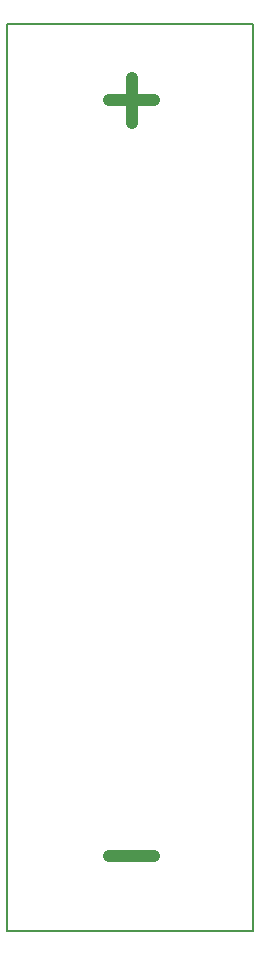
<source format=gbr>
G04 #@! TF.GenerationSoftware,KiCad,Pcbnew,(5.0.0)*
G04 #@! TF.CreationDate,2018-08-10T19:45:38+02:00*
G04 #@! TF.ProjectId,main,6D61696E2E6B696361645F7063620000,rev?*
G04 #@! TF.SameCoordinates,PX7b89fa0PY82ce540*
G04 #@! TF.FileFunction,Legend,Bot*
G04 #@! TF.FilePolarity,Positive*
%FSLAX46Y46*%
G04 Gerber Fmt 4.6, Leading zero omitted, Abs format (unit mm)*
G04 Created by KiCad (PCBNEW (5.0.0)) date 08/10/18 19:45:38*
%MOMM*%
%LPD*%
G01*
G04 APERTURE LIST*
%ADD10C,0.150000*%
%ADD11C,1.000000*%
G04 APERTURE END LIST*
D10*
G04 #@! TO.C,B1*
X21844000Y76200000D02*
X21844000Y78613000D01*
X1016000Y1778000D02*
X1016000Y78613000D01*
X1016000Y78613000D02*
X21844000Y78613000D01*
X11430000Y1778000D02*
X1016000Y1778000D01*
X1016000Y1778000D02*
X21844000Y1778000D01*
X21844000Y1778000D02*
X21844000Y76200000D01*
D11*
X13461761Y72159858D02*
X9652238Y72159858D01*
X11557000Y70255096D02*
X11557000Y74064620D01*
X13461761Y8151858D02*
X9652238Y8151858D01*
G04 #@! TD*
M02*

</source>
